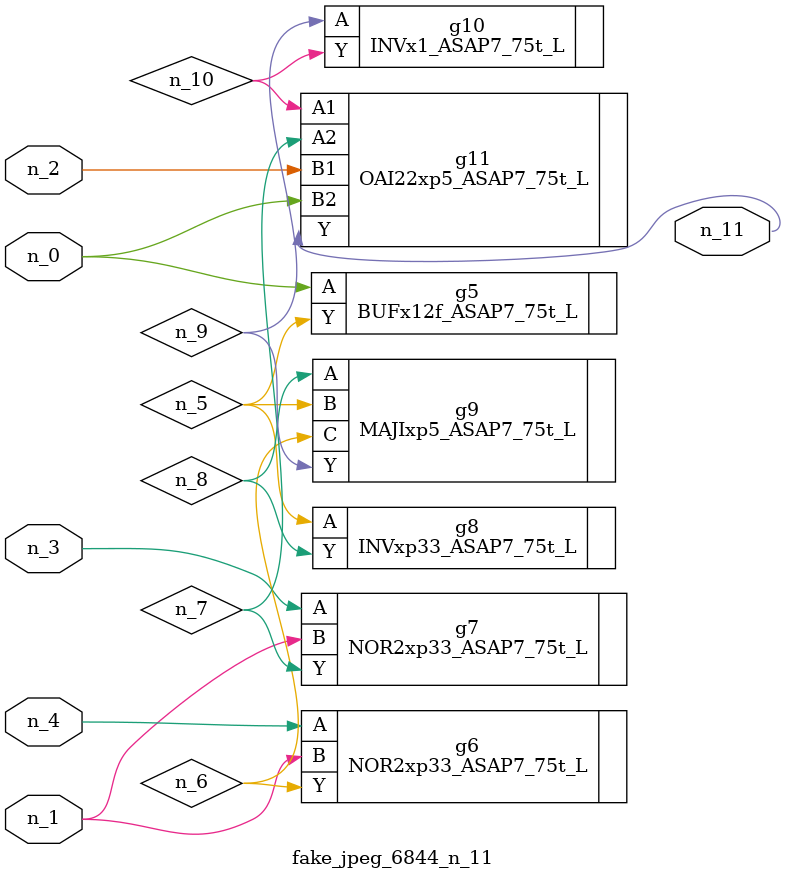
<source format=v>
module fake_jpeg_6844_n_11 (n_3, n_2, n_1, n_0, n_4, n_11);

input n_3;
input n_2;
input n_1;
input n_0;
input n_4;

output n_11;

wire n_10;
wire n_8;
wire n_9;
wire n_6;
wire n_5;
wire n_7;

BUFx12f_ASAP7_75t_L g5 ( 
.A(n_0),
.Y(n_5)
);

NOR2xp33_ASAP7_75t_L g6 ( 
.A(n_4),
.B(n_1),
.Y(n_6)
);

NOR2xp33_ASAP7_75t_L g7 ( 
.A(n_3),
.B(n_1),
.Y(n_7)
);

INVxp33_ASAP7_75t_L g8 ( 
.A(n_5),
.Y(n_8)
);

MAJIxp5_ASAP7_75t_L g9 ( 
.A(n_8),
.B(n_5),
.C(n_6),
.Y(n_9)
);

INVx1_ASAP7_75t_L g10 ( 
.A(n_9),
.Y(n_10)
);

OAI22xp5_ASAP7_75t_L g11 ( 
.A1(n_10),
.A2(n_7),
.B1(n_2),
.B2(n_0),
.Y(n_11)
);


endmodule
</source>
